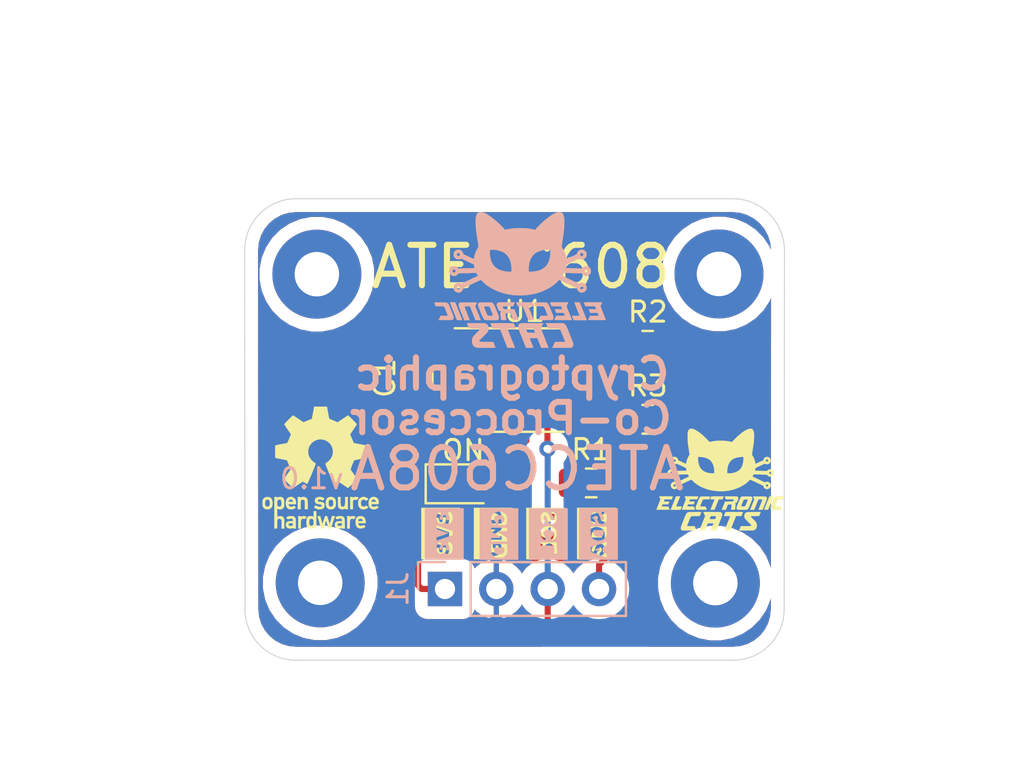
<source format=kicad_pcb>
(kicad_pcb (version 20221018) (generator pcbnew)
  (title_block (title "ATECC608A") (date "2019-09-03") (rev "0.1") (company "Electronic Cats") (comment 3 "Montserrar Figueroa") (comment 4 "Andres Sabas"))
  (layers (0 "F.Cu" signal) (31 "B.Cu" signal) (34 "B.Paste" user) (35 "F.Paste" user) (36 "B.SilkS" user "B.Silkscreen") (37 "F.SilkS" user "F.Silkscreen") (38 "B.Mask" user) (39 "F.Mask" user) (44 "Edge.Cuts" user))
  (net 0 "")
  (net 1 "+3V3")
  (net 2 "GND")
  (net 3 "/SCL")
  (net 4 "/SDA")
  (net 5 "Net-(ON1-Pad1)")
  (footprint "Capacitor_SMD:C_0805_2012Metric_Pad1.15x1.40mm_HandSolder" (layer "F.Cu") (at 159.7063 39.3534 90)
    (fp_text reference "C1" (at 0 -1.65 90) (layer "F.SilkS"))
    (fp_text value "0.1uF")
    (pad "1" smd roundrect (at -1.025 0 90) (size 1.15 1.4) (layers "F.Cu" "F.Paste" "F.Mask") (roundrect_rratio 0.217391) (net 1 "+3V3"))
    (pad "2" smd roundrect (at 1.025 0 90) (size 1.15 1.4) (layers "F.Cu" "F.Paste" "F.Mask") (roundrect_rratio 0.217391) (net 2 "GND"))
  )
  (footprint "LED_SMD:LED_0805_2012Metric_Pad1.15x1.40mm_HandSolder" (layer "F.Cu") (at 161.942 44.5821)
    (fp_text reference "ON" (at 0 -1.65) (layer "F.SilkS"))
    (fp_text value "LED")
    (pad "1" smd roundrect (at -1.025 0) (size 1.15 1.4) (layers "F.Cu" "F.Paste" "F.Mask") (roundrect_rratio 0.217391) (net 5 "Net-(ON1-Pad1)"))
    (pad "2" smd roundrect (at 1.025 0) (size 1.15 1.4) (layers "F.Cu" "F.Paste" "F.Mask") (roundrect_rratio 0.217391) (net 1 "+3V3"))
  )
  (footprint "Package_SO:SOIC-8_3.9x4.9mm_P1.27mm" (layer "F.Cu") (at 164.965001 39.448401)
    (fp_text reference "U1" (at 0 -3.4) (layer "F.SilkS"))
    (fp_text value "ATECC608A-SSHDA")
    (pad "1" smd roundrect (at -2.475 -1.905) (size 1.95 0.6) (layers "F.Cu" "F.Paste" "F.Mask"))
    (pad "2" smd roundrect (at -2.475 -0.635) (size 1.95 0.6) (layers "F.Cu" "F.Paste" "F.Mask"))
    (pad "3" smd roundrect (at -2.475 0.635) (size 1.95 0.6) (layers "F.Cu" "F.Paste" "F.Mask"))
    (pad "4" smd roundrect (at -2.475 1.905) (size 1.95 0.6) (layers "F.Cu" "F.Paste" "F.Mask") (net 2 "GND"))
    (pad "5" smd roundrect (at 2.475 1.905) (size 1.95 0.6) (layers "F.Cu" "F.Paste" "F.Mask") (net 4 "/SDA"))
    (pad "6" smd roundrect (at 2.475 0.635) (size 1.95 0.6) (layers "F.Cu" "F.Paste" "F.Mask") (net 3 "/SCL"))
    (pad "7" smd roundrect (at 2.475 -0.635) (size 1.95 0.6) (layers "F.Cu" "F.Paste" "F.Mask"))
    (pad "8" smd roundrect (at 2.475 -1.905) (size 1.95 0.6) (layers "F.Cu" "F.Paste" "F.Mask") (net 1 "+3V3"))
  )
  (footprint "Resistor_SMD:R_0805_2012Metric_Pad1.15x1.40mm_HandSolder" (layer "F.Cu") (at 171.0638 37.7315)
    (fp_text reference "R2" (at 0 -1.65) (layer "F.SilkS"))
    (fp_text value "4K7")
    (pad "1" smd roundrect (at -1.025 0) (size 1.15 1.4) (layers "F.Cu" "F.Paste" "F.Mask") (roundrect_rratio 0.217391) (net 1 "+3V3"))
    (pad "2" smd roundrect (at 1.025 0) (size 1.15 1.4) (layers "F.Cu" "F.Paste" "F.Mask") (roundrect_rratio 0.217391) (net 3 "/SCL"))
  )
  (footprint "Resistor_SMD:R_0805_2012Metric_Pad1.15x1.40mm_HandSolder" (layer "F.Cu") (at 171.0638 41.3891)
    (fp_text reference "R3" (at 0 -1.65) (layer "F.SilkS"))
    (fp_text value "4K7")
    (pad "1" smd roundrect (at -1.025 0) (size 1.15 1.4) (layers "F.Cu" "F.Paste" "F.Mask") (roundrect_rratio 0.217391) (net 1 "+3V3"))
    (pad "2" smd roundrect (at 1.025 0) (size 1.15 1.4) (layers "F.Cu" "F.Paste" "F.Mask") (roundrect_rratio 0.217391) (net 4 "/SDA"))
  )
  (footprint "MountingHole:MountingHole_2.2mm_M2_Pad" (layer "F.Cu") (at 174.5869 34.2011)
    (fp_text reference "REF**")
    (fp_text value "MountingHole_2.2mm_M2_Pad")
    (pad "1" thru_hole circle (at 0 0) (size 4.4 4.4) (drill 2.2) (layers "*.Cu" "*.Mask"))
  )
  (footprint "MountingHole:MountingHole_2.2mm_M2_Pad" (layer "F.Cu") (at 174.4091 49.4919)
    (fp_text reference "REF**")
    (fp_text value "MountingHole_2.2mm_M2_Pad")
    (pad "1" thru_hole circle (at 0 0) (size 4.4 4.4) (drill 2.2) (layers "*.Cu" "*.Mask"))
  )
  (footprint "MountingHole:MountingHole_2.2mm_M2_Pad" (layer "F.Cu") (at 154.8638 49.4792)
    (fp_text reference "REF**")
    (fp_text value "MountingHole_2.2mm_M2_Pad")
    (pad "1" thru_hole circle (at 0 0) (size 4.4 4.4) (drill 2.2) (layers "*.Cu" "*.Mask"))
  )
  (footprint "MountingHole:MountingHole_2.2mm_M2_Pad" (layer "F.Cu") (at 154.6987 34.2138)
    (fp_text reference "REF**")
    (fp_text value "MountingHole_2.2mm_M2_Pad")
    (pad "1" thru_hole circle (at 0 0) (size 4.4 4.4) (drill 2.2) (layers "*.Cu" "*.Mask"))
  )
  (footprint "Symbol:OSHW-Logo_5.7x6mm_SilkScreen" (layer "F.Cu") (at 154.875 43.775)
    (fp_text reference "REF**" hide)
    (fp_text value "OSHW-Logo_5.7x6mm_SilkScreen" hide)
  )
  (footprint "SDA" (layer "F.Cu") (at 168.5238 47.0555 90)
    (fp_text reference "G***" hide)
    (fp_text value "LOGO" hide)
  )
  (footprint "SCL" (layer "F.Cu") (at 166.0144 47.0535 90)
    (fp_text reference "G***" hide)
    (fp_text value "LOGO" hide)
  )
  (footprint "3v3" (layer "F.Cu") (at 160.8238 47.0555 90)
    (fp_text reference "G***" hide)
    (fp_text value "LOGO" hide)
  )
  (footprint "GND" (layer "F.Cu") (at 163.4238 47.0555 90)
    (fp_text reference "G***" hide)
    (fp_text value "LOGO" hide)
  )
  (footprint "Resistor_SMD:R_0805_2012Metric_Pad1.15x1.40mm_HandSolder" (layer "F.Cu") (at 168.267 44.5371)
    (fp_text reference "R1" (at 0 -1.65) (layer "F.SilkS"))
    (fp_text value "180")
    (pad "1" smd roundrect (at -1.025 0) (size 1.15 1.4) (layers "F.Cu" "F.Paste" "F.Mask") (roundrect_rratio 0.217391) (net 5 "Net-(ON1-Pad1)"))
    (pad "2" smd roundrect (at 1.025 0) (size 1.15 1.4) (layers "F.Cu" "F.Paste" "F.Mask") (roundrect_rratio 0.217391) (net 2 "GND"))
  )
  (footprint "Aesthetics:electronic_cats_logo_4x3" (layer "F.Cu") (at 174.675 44.375)
    (fp_text reference "G***" hide)
    (fp_text value "LOGO" hide)
  )
  (footprint "Connector_PinHeader_2.54mm:PinHeader_1x04_P2.54mm_Vertical" (layer "B.Cu") (at 161.036 49.784 -90)
    (fp_text reference "J1" (at 0 2.33 -90) (layer "B.SilkS") (effects (justify mirror)))
    (fp_text value "Conn_01x04")
    (pad "1" thru_hole rect (at 0 0 270) (size 1.7 1.7) (drill 1) (layers "*.Cu" "*.Mask") (net 1 "+3V3"))
    (pad "2" thru_hole oval (at 0 -2.54 270) (size 1.7 1.7) (drill 1) (layers "*.Cu" "*.Mask") (net 2 "GND"))
    (pad "3" thru_hole oval (at 0 -5.08 270) (size 1.7 1.7) (drill 1) (layers "*.Cu" "*.Mask") (net 3 "/SCL"))
    (pad "4" thru_hole oval (at 0 -7.62 270) (size 1.7 1.7) (drill 1) (layers "*.Cu" "*.Mask") (net 4 "/SDA"))
  )
  (footprint "Aesthetics:electronic_cats_logo_8x6" (layer "B.Cu") (at 164.75 34.5 180)
    (fp_text reference "G***" hide)
    (fp_text value "LOGO" hide)
  )
  (footprint "Aesthetics:3v3" (layer "B.Cu") (at 161 47.05 -90)
    (fp_text reference "G***" hide)
    (fp_text value "LOGO" hide)
  )
  (footprint "Aesthetics:GND" (layer "B.Cu") (at 163.703 47.05 -90)
    (fp_text reference "G***" hide)
    (fp_text value "LOGO" hide)
  )
  (footprint "Aesthetics:SCL" (layer "B.Cu") (at 166.15 47.05 -90)
    (fp_text reference "G***" hide)
    (fp_text value "LOGO" hide)
  )
  (footprint "Aesthetics:SDA" (layer "B.Cu") (at 168.625 47.05 -90)
    (fp_text reference "G***" hide)
    (fp_text value "LOGO" hide)
  )
  (gr_line (start 175.26 30.48) (end 153.67 30.48) (stroke (width 0.05)) (layer "Edge.Cuts"))
  (gr_line (start 175.298132 53.301836) (end 153.670063 53.301899) (stroke (width 0.05)) (layer "Edge.Cuts"))
  (gr_line (start 151.142701 50.799999) (end 151.13 33.02) (stroke (width 0.05)) (layer "Edge.Cuts"))
  (gr_line (start 177.8127 50.7873) (end 177.8127 50.8) (stroke (width 0.05)) (layer "Edge.Cuts"))
  (gr_arc (start 175.26 30.48) (mid 177.074012 31.231388) (end 177.8254 33.0454) (stroke (width 0.05)) (layer "Edge.Cuts"))
  (gr_arc (start 153.670063 53.301899) (mid 151.888212 52.574392) (end 151.142701 50.799999) (stroke (width 0.05)) (layer "Edge.Cuts"))
  (gr_arc (start 177.8127 50.8) (mid 177.071704 52.569834) (end 175.298132 53.301836) (stroke (width 0.05)) (layer "Edge.Cuts"))
  (gr_line (start 177.8254 33.0454) (end 177.8127 50.7873) (stroke (width 0.05)) (layer "Edge.Cuts"))
  (gr_arc (start 151.13 33.02) (mid 151.873949 31.223949) (end 153.67 30.48) (stroke (width 0.05)) (layer "Edge.Cuts"))
  (gr_text "Cryptographic" (at 164.35 39.15) (layer "B.SilkS") (effects (font (size 1.5 1.5) (thickness 0.3)) (justify mirror)))
  (gr_text "Co-Proccesor" (at 164.3 41.35) (layer "B.SilkS") (effects (font (size 1.5 1.5) (thickness 0.3)) (justify mirror)))
  (gr_text "ATECC608A" (at 164.6 43.85) (layer "B.SilkS") (effects (font (size 2 2) (thickness 0.3)) (justify mirror)))
  (gr_text "v1.0" (at 154.45 44.325) (layer "B.SilkS") (effects (font (size 1 1)) (justify mirror)))
  (gr_text "ATECC608" (at 164.8 33.85) (layer "F.SilkS") (effects (font (size 2 2) (thickness 0.3))))
  (segment (start 166.365001 37.543401) (end 165.0619 38.846502) (width 0.3) (layer "F.Cu") (net 1))
  (segment (start 163.3055 42.7317) (end 162.3098 42.7317) (width 0.3) (layer "F.Cu") (net 1))
  (segment (start 162.967 44.5821) (end 162.967 43.0409) (width 0.3) (layer "F.Cu") (net 1))
  (segment (start 167.440001 37.543401) (end 169.850701 37.543401) (width 0.3) (layer "F.Cu") (net 1))
  (segment (start 162.3098 42.7317) (end 160.067 42.7317) (width 0.3) (layer "F.Cu") (net 1))
  (segment (start 160.067 42.7317) (end 160.0035 42.7317) (width 0.3) (layer "F.Cu") (net 1))
  (segment (start 160.0035 42.7317) (end 159.7063 42.4345) (width 0.3) (layer "F.Cu") (net 1))
  (segment (start 162.6578 42.7317) (end 162.3098 42.7317) (width 0.3) (layer "F.Cu") (net 1))
  (segment (start 162.967 43.0409) (end 162.6578 42.7317) (width 0.3) (layer "F.Cu") (net 1))
  (segment (start 159.9552 42.7317) (end 159.7063 42.9806) (width 0.3) (layer "F.Cu") (net 1))
  (segment (start 165.0619 38.846502) (end 165.0619 42.4434) (width 0.3) (layer "F.Cu") (net 1))
  (segment (start 160.067 42.7317) (end 159.9552 42.7317) (width 0.3) (layer "F.Cu") (net 1))
  (segment (start 159.7063 42.9806) (end 159.7063 49.6043) (width 0.3) (layer "F.Cu") (net 1))
  (segment (start 159.7063 40.3784) (end 159.7063 42.4345) (width 0.3) (layer "F.Cu") (net 1))
  (segment (start 170.0388 40.5891) (end 170.0388 37.7315) (width 0.3) (layer "F.Cu") (net 1))
  (segment (start 169.850701 37.543401) (end 170.0388 37.7315) (width 0.3) (layer "F.Cu") (net 1))
  (segment (start 160.067 42.7317) (end 159.7063 42.7317) (width 0.3) (layer "F.Cu") (net 1))
  (segment (start 162.967 43.0409) (end 162.9963 43.0409) (width 0.3) (layer "F.Cu") (net 1))
  (segment (start 159.7063 42.7317) (end 159.7063 42.9806) (width 0.3) (layer "F.Cu") (net 1))
  (segment (start 162.9963 43.0409) (end 163.3055 42.7317) (width 0.3) (layer "F.Cu") (net 1))
  (segment (start 165.0619 42.4434) (end 164.7736 42.7317) (width 0.3) (layer "F.Cu") (net 1))
  (segment (start 167.440001 37.543401) (end 166.365001 37.543401) (width 0.3) (layer "F.Cu") (net 1))
  (segment (start 159.886 49.784) (end 161.036 49.784) (width 0.3) (layer "F.Cu") (net 1))
  (segment (start 164.7736 42.7317) (end 163.3055 42.7317) (width 0.3) (layer "F.Cu") (net 1))
  (segment (start 170.0388 41.3891) (end 170.0388 40.5891) (width 0.3) (layer "F.Cu") (net 1))
  (segment (start 159.7063 49.6043) (end 159.886 49.784) (width 0.3) (layer "F.Cu") (net 1))
  (segment (start 159.7063 42.4345) (end 159.7063 42.7317) (width 0.3) (layer "F.Cu") (net 1))
  (segment (start 166.1033 41.769534) (end 166.064991 41.731225) (width 0.3) (layer "F.Cu") (net 3))
  (segment (start 173.4566 38.4243) (end 173.4566 45.2247) (width 0.3) (layer "F.Cu") (net 3))
  (segment (start 170.2562 52.324) (end 166.6367 52.324) (width 0.3) (layer "F.Cu") (net 3))
  (segment (start 170.7261 51.8541) (end 170.2562 52.324) (width 0.3) (layer "F.Cu") (net 3))
  (segment (start 166.116 51.8033) (end 166.116 49.784) (width 0.3) (layer "F.Cu") (net 3))
  (segment (start 170.7261 47.9552) (end 170.7261 51.8541) (width 0.3) (layer "F.Cu") (net 3))
  (segment (start 166.064991 41.731225) (end 166.064991 40.383411) (width 0.3) (layer "F.Cu") (net 3))
  (segment (start 166.1033 42.8498) (end 166.1033 41.769534) (width 0.3) (layer "F.Cu") (net 3))
  (segment (start 173.4566 45.2247) (end 170.7261 47.9552) (width 0.3) (layer "F.Cu") (net 3))
  (segment (start 172.0888 37.7315) (end 172.7638 37.7315) (width 0.3) (layer "F.Cu") (net 3))
  (segment (start 166.365001 40.083401) (end 167.440001 40.083401) (width 0.3) (layer "F.Cu") (net 3))
  (segment (start 166.064991 40.383411) (end 166.365001 40.083401) (width 0.3) (layer "F.Cu") (net 3))
  (segment (start 172.7638 37.7315) (end 173.4566 38.4243) (width 0.3) (layer "F.Cu") (net 3))
  (segment (start 166.6367 52.324) (end 166.116 51.8033) (width 0.3) (layer "F.Cu") (net 3))
  (via (at 166.1033 42.8498) (size 0.8) (drill 0.4) (layers "F.Cu" "B.Cu") (net 3))
  (segment (start 166.116 42.8625) (end 166.1033 42.8498) (width 0.3) (layer "B.Cu") (net 3))
  (segment (start 166.116 49.784) (end 166.116 42.8625) (width 0.3) (layer "B.Cu") (net 3))
  (segment (start 167.440001 41.753401) (end 168.7485 43.0619) (width 0.3) (layer "F.Cu") (net 4))
  (segment (start 168.656 48.581919) (end 172.0888 45.149119) (width 0.3) (layer "F.Cu") (net 4))
  (segment (start 167.440001 41.353401) (end 167.440001 41.753401) (width 0.3) (layer "F.Cu") (net 4))
  (segment (start 172.0888 43.3286) (end 172.0888 43.0619) (width 0.3) (layer "F.Cu") (net 4))
  (segment (start 171.6443 43.0619) (end 171.8221 43.0619) (width 0.3) (layer "F.Cu") (net 4))
  (segment (start 172.0888 42.1891) (end 172.0888 41.3891) (width 0.3) (layer "F.Cu") (net 4))
  (segment (start 172.0888 45.149119) (end 172.0888 43.3286) (width 0.3) (layer "F.Cu") (net 4))
  (segment (start 168.656 49.784) (end 168.656 48.581919) (width 0.3) (layer "F.Cu") (net 4))
  (segment (start 171.8221 43.0619) (end 172.0888 43.3286) (width 0.3) (layer "F.Cu") (net 4))
  (segment (start 168.7485 43.0619) (end 171.6443 43.0619) (width 0.3) (layer "F.Cu") (net 4))
  (segment (start 172.0888 43.0619) (end 172.0888 42.8282) (width 0.3) (layer "F.Cu") (net 4))
  (segment (start 171.6443 43.0619) (end 171.8551 43.0619) (width 0.3) (layer "F.Cu") (net 4))
  (segment (start 171.8551 43.0619) (end 172.0888 42.8282) (width 0.3) (layer "F.Cu") (net 4))
  (segment (start 172.0888 42.8282) (end 172.0888 42.1891) (width 0.3) (layer "F.Cu") (net 4))
  (segment (start 171.6443 43.0619) (end 172.0888 43.0619) (width 0.3) (layer "F.Cu") (net 4))
  (segment (start 167.242 45.7878) (end 167.242 44.5371) (width 0.3) (layer "F.Cu") (net 5))
  (segment (start 160.917 44.5821) (end 160.917 45.728) (width 0.3) (layer "F.Cu") (net 5))
  (segment (start 160.917 45.728) (end 161.3916 46.2026) (width 0.3) (layer "F.Cu") (net 5))
  (segment (start 166.8272 46.2026) (end 167.242 45.7878) (width 0.3) (layer "F.Cu") (net 5))
  (segment (start 161.3916 46.2026) (end 166.8272 46.2026) (width 0.3) (layer "F.Cu") (net 5))
  (zone (net 2) (net_name "GND") (layer "F.Cu") (connect_pads (clearance 0.508)) (min_thickness 0.254) (fill yes (thermal_gap 0.508) (thermal_bridge_width 0.508))
    (polygon (pts (xy 151.2062 30.5054) (xy 177.8635 30.4673) (xy 177.8 53.3654) (xy 151.1427 53.3273)))
  )
  (zone (net 2) (net_name "GND") (layer "B.Cu") (connect_pads (clearance 0.508)) (min_thickness 0.254) (fill yes (thermal_gap 0.508) (thermal_bridge_width 0.508))
    (polygon (pts (xy 151.13 30.5435) (xy 177.927 30.4419) (xy 177.8762 53.4797) (xy 151.0792 53.3781)))
  )
)
</source>
